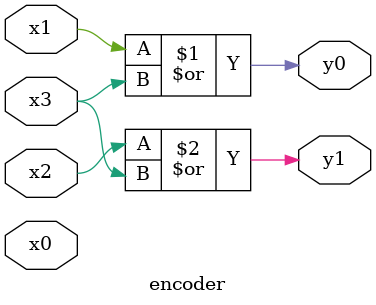
<source format=sv>
module encoder( x0,x1,x2,x3,y1,y0);
  input x0,x1,x2,x3;
  output y1,y0;
  or o1( y0,x1,x3);
  or o2( y1,x2,x3);
endmodule

</source>
